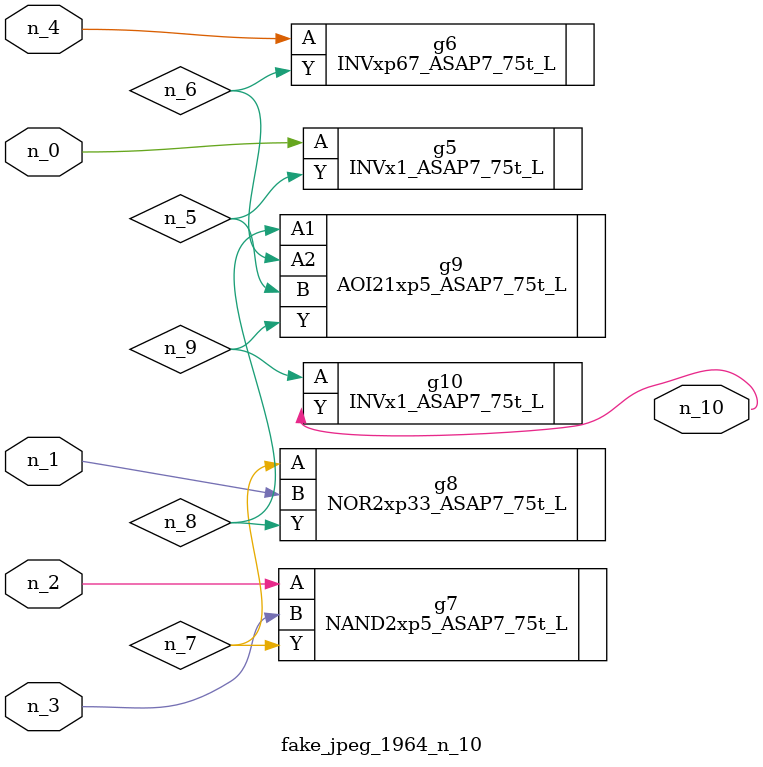
<source format=v>
module fake_jpeg_1964_n_10 (n_3, n_2, n_1, n_0, n_4, n_10);

input n_3;
input n_2;
input n_1;
input n_0;
input n_4;

output n_10;

wire n_8;
wire n_9;
wire n_6;
wire n_5;
wire n_7;

INVx1_ASAP7_75t_L g5 ( 
.A(n_0),
.Y(n_5)
);

INVxp67_ASAP7_75t_L g6 ( 
.A(n_4),
.Y(n_6)
);

NAND2xp5_ASAP7_75t_L g7 ( 
.A(n_2),
.B(n_3),
.Y(n_7)
);

NOR2xp33_ASAP7_75t_L g8 ( 
.A(n_7),
.B(n_1),
.Y(n_8)
);

AOI21xp5_ASAP7_75t_L g9 ( 
.A1(n_8),
.A2(n_6),
.B(n_5),
.Y(n_9)
);

INVx1_ASAP7_75t_L g10 ( 
.A(n_9),
.Y(n_10)
);


endmodule
</source>
